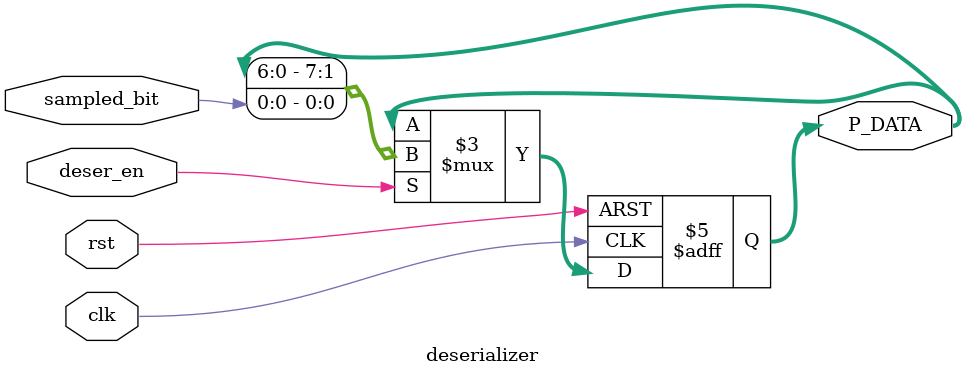
<source format=v>
module deserializer (
    input   wire sampled_bit,
    input   wire deser_en,
    input   wire clk, rst,
    output  reg  [7:0]P_DATA
);

reg [3:0] counter;

always @(posedge clk or negedge rst) begin
    if(!rst)
    begin
        P_DATA <= 'b0;
    end
    else if(deser_en)
    begin
        P_DATA <= {P_DATA[6:0],sampled_bit};
    end
end

endmodule
</source>
